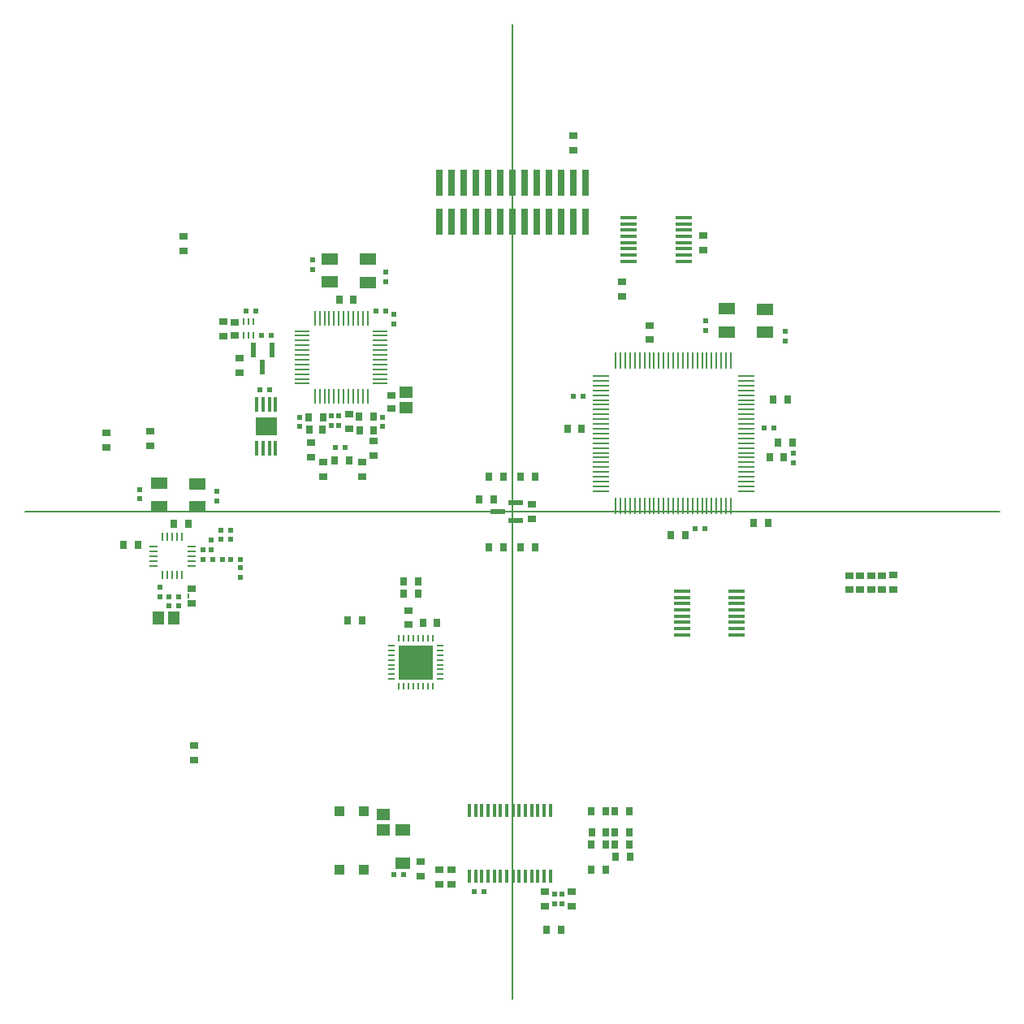
<source format=gbp>
%FSLAX25Y25*%
%MOIN*%
G70*
G01*
G75*
G04 Layer_Color=128*
%ADD10C,0.00500*%
G04:AMPARAMS|DCode=11|XSize=64.96mil|YSize=21.65mil|CornerRadius=0mil|HoleSize=0mil|Usage=FLASHONLY|Rotation=259.100|XOffset=0mil|YOffset=0mil|HoleType=Round|Shape=Rectangle|*
%AMROTATEDRECTD11*
4,1,4,-0.00449,0.03394,0.01677,0.02985,0.00449,-0.03394,-0.01677,-0.02985,-0.00449,0.03394,0.0*
%
%ADD11ROTATEDRECTD11*%

%ADD12C,0.04000*%
%ADD13R,0.08000X0.05000*%
G04:AMPARAMS|DCode=14|XSize=35.43mil|YSize=27.56mil|CornerRadius=0mil|HoleSize=0mil|Usage=FLASHONLY|Rotation=169.100|XOffset=0mil|YOffset=0mil|HoleType=Round|Shape=Rectangle|*
%AMROTATEDRECTD14*
4,1,4,0.02000,0.01018,0.01479,-0.01688,-0.02000,-0.01018,-0.01479,0.01688,0.02000,0.01018,0.0*
%
%ADD14ROTATEDRECTD14*%

%ADD15R,0.02362X0.04134*%
%ADD16R,0.04134X0.05906*%
G04:AMPARAMS|DCode=17|XSize=17.32mil|YSize=98.43mil|CornerRadius=0mil|HoleSize=0mil|Usage=FLASHONLY|Rotation=245.000|XOffset=0mil|YOffset=0mil|HoleType=Round|Shape=Rectangle|*
%AMROTATEDRECTD17*
4,1,4,-0.04094,0.02865,0.04826,-0.01295,0.04094,-0.02865,-0.04826,0.01295,-0.04094,0.02865,0.0*
%
%ADD17ROTATEDRECTD17*%

%ADD18R,0.03150X0.05906*%
%ADD19P,0.13919X4X285.0*%
%ADD20P,0.13919X4X345.0*%
%ADD21R,0.06850X0.05512*%
%ADD22R,0.09449X0.09449*%
%ADD23R,0.02756X0.03543*%
G04:AMPARAMS|DCode=24|XSize=80mil|YSize=50mil|CornerRadius=0mil|HoleSize=0mil|Usage=FLASHONLY|Rotation=104.000|XOffset=0mil|YOffset=0mil|HoleType=Round|Shape=Rectangle|*
%AMROTATEDRECTD24*
4,1,4,0.03393,-0.03276,-0.01458,-0.04486,-0.03393,0.03276,0.01458,0.04486,0.03393,-0.03276,0.0*
%
%ADD24ROTATEDRECTD24*%

%ADD25R,0.01969X0.02362*%
%ADD26R,0.02362X0.01969*%
G04:AMPARAMS|DCode=27|XSize=35.43mil|YSize=27.56mil|CornerRadius=0mil|HoleSize=0mil|Usage=FLASHONLY|Rotation=162.000|XOffset=0mil|YOffset=0mil|HoleType=Round|Shape=Rectangle|*
%AMROTATEDRECTD27*
4,1,4,0.02111,0.00763,0.01259,-0.01858,-0.02111,-0.00763,-0.01259,0.01858,0.02111,0.00763,0.0*
%
%ADD27ROTATEDRECTD27*%

G04:AMPARAMS|DCode=28|XSize=35.43mil|YSize=27.56mil|CornerRadius=0mil|HoleSize=0mil|Usage=FLASHONLY|Rotation=234.000|XOffset=0mil|YOffset=0mil|HoleType=Round|Shape=Rectangle|*
%AMROTATEDRECTD28*
4,1,4,-0.00073,0.02243,0.02156,0.00623,0.00073,-0.02243,-0.02156,-0.00623,-0.00073,0.02243,0.0*
%
%ADD28ROTATEDRECTD28*%

G04:AMPARAMS|DCode=29|XSize=35.43mil|YSize=27.56mil|CornerRadius=0mil|HoleSize=0mil|Usage=FLASHONLY|Rotation=306.000|XOffset=0mil|YOffset=0mil|HoleType=Round|Shape=Rectangle|*
%AMROTATEDRECTD29*
4,1,4,-0.02156,0.00623,0.00073,0.02243,0.02156,-0.00623,-0.00073,-0.02243,-0.02156,0.00623,0.0*
%
%ADD29ROTATEDRECTD29*%

G04:AMPARAMS|DCode=30|XSize=35.43mil|YSize=27.56mil|CornerRadius=0mil|HoleSize=0mil|Usage=FLASHONLY|Rotation=18.000|XOffset=0mil|YOffset=0mil|HoleType=Round|Shape=Rectangle|*
%AMROTATEDRECTD30*
4,1,4,-0.01259,-0.01858,-0.02111,0.00763,0.01259,0.01858,0.02111,-0.00763,-0.01259,-0.01858,0.0*
%
%ADD30ROTATEDRECTD30*%

G04:AMPARAMS|DCode=31|XSize=19.69mil|YSize=23.62mil|CornerRadius=0mil|HoleSize=0mil|Usage=FLASHONLY|Rotation=112.500|XOffset=0mil|YOffset=0mil|HoleType=Round|Shape=Rectangle|*
%AMROTATEDRECTD31*
4,1,4,0.01468,-0.00457,-0.00715,-0.01361,-0.01468,0.00457,0.00715,0.01361,0.01468,-0.00457,0.0*
%
%ADD31ROTATEDRECTD31*%

G04:AMPARAMS|DCode=32|XSize=19.69mil|YSize=23.62mil|CornerRadius=0mil|HoleSize=0mil|Usage=FLASHONLY|Rotation=157.500|XOffset=0mil|YOffset=0mil|HoleType=Round|Shape=Rectangle|*
%AMROTATEDRECTD32*
4,1,4,0.01361,0.00715,0.00457,-0.01468,-0.01361,-0.00715,-0.00457,0.01468,0.01361,0.00715,0.0*
%
%ADD32ROTATEDRECTD32*%

G04:AMPARAMS|DCode=33|XSize=19.69mil|YSize=23.62mil|CornerRadius=0mil|HoleSize=0mil|Usage=FLASHONLY|Rotation=202.500|XOffset=0mil|YOffset=0mil|HoleType=Round|Shape=Rectangle|*
%AMROTATEDRECTD33*
4,1,4,0.00457,0.01468,0.01361,-0.00715,-0.00457,-0.01468,-0.01361,0.00715,0.00457,0.01468,0.0*
%
%ADD33ROTATEDRECTD33*%

G04:AMPARAMS|DCode=34|XSize=19.69mil|YSize=23.62mil|CornerRadius=0mil|HoleSize=0mil|Usage=FLASHONLY|Rotation=247.500|XOffset=0mil|YOffset=0mil|HoleType=Round|Shape=Rectangle|*
%AMROTATEDRECTD34*
4,1,4,-0.00715,0.01361,0.01468,0.00457,0.00715,-0.01361,-0.01468,-0.00457,-0.00715,0.01361,0.0*
%
%ADD34ROTATEDRECTD34*%

%ADD35R,0.03543X0.02756*%
G04:AMPARAMS|DCode=36|XSize=35.43mil|YSize=27.56mil|CornerRadius=0mil|HoleSize=0mil|Usage=FLASHONLY|Rotation=225.000|XOffset=0mil|YOffset=0mil|HoleType=Round|Shape=Rectangle|*
%AMROTATEDRECTD36*
4,1,4,0.00278,0.02227,0.02227,0.00278,-0.00278,-0.02227,-0.02227,-0.00278,0.00278,0.02227,0.0*
%
%ADD36ROTATEDRECTD36*%

%ADD37C,0.00787*%
%ADD38O,0.00984X0.03150*%
%ADD39R,0.06693X0.01378*%
%ADD40R,0.01732X0.05394*%
%ADD41R,0.02362X0.05906*%
%ADD42O,0.03150X0.00984*%
%ADD43R,0.14173X0.14173*%
%ADD44O,0.03347X0.00984*%
%ADD45O,0.00984X0.03347*%
%ADD46R,0.01142X0.06496*%
%ADD47R,0.06496X0.01142*%
%ADD48R,0.06890X0.01142*%
%ADD49R,0.01142X0.06890*%
%ADD50R,0.04724X0.05512*%
%ADD51R,0.02913X0.11004*%
%ADD52R,0.06299X0.05118*%
%ADD53R,0.03937X0.04429*%
%ADD54R,0.07087X0.04724*%
%ADD55R,0.03543X0.03150*%
%ADD56O,0.01496X0.06299*%
%ADD57R,0.08661X0.07480*%
%ADD58R,0.03150X0.03543*%
%ADD59R,0.05512X0.04724*%
%ADD60R,0.05906X0.02362*%
D10*
X400000Y200000D02*
Y600000D01*
X200000Y400000D02*
X600000D01*
D23*
X499047Y395500D02*
D03*
X504953D02*
D03*
X332953Y421000D02*
D03*
X327047D02*
D03*
X361453Y371500D02*
D03*
X355547D02*
D03*
X361453Y366500D02*
D03*
X355547D02*
D03*
X509047Y428500D02*
D03*
X514953D02*
D03*
X240547Y386500D02*
D03*
X246453D02*
D03*
X332547Y355500D02*
D03*
X338453D02*
D03*
X442047Y277100D02*
D03*
X447953D02*
D03*
X438453Y277100D02*
D03*
X432547D02*
D03*
X512953Y446000D02*
D03*
X507047D02*
D03*
X419953Y228500D02*
D03*
X414047D02*
D03*
X396453Y414500D02*
D03*
X390547D02*
D03*
X403547Y385500D02*
D03*
X409453D02*
D03*
Y414500D02*
D03*
X403547D02*
D03*
X390547Y385500D02*
D03*
X396453D02*
D03*
X386547Y405000D02*
D03*
X392453D02*
D03*
X448453Y258500D02*
D03*
X442547D02*
D03*
X266953Y395000D02*
D03*
X261047D02*
D03*
X470953Y390500D02*
D03*
X465047D02*
D03*
X438453Y253000D02*
D03*
X432547D02*
D03*
Y263400D02*
D03*
X438453D02*
D03*
X328947Y487200D02*
D03*
X334853D02*
D03*
X369153Y354300D02*
D03*
X363247D02*
D03*
X322353Y438900D02*
D03*
X316447D02*
D03*
X337047Y439000D02*
D03*
X342953D02*
D03*
X432647Y268400D02*
D03*
X438553D02*
D03*
X442047Y263400D02*
D03*
X447953D02*
D03*
X448053Y268400D02*
D03*
X442147D02*
D03*
D25*
X276500Y388469D02*
D03*
Y384531D02*
D03*
X348000Y498469D02*
D03*
Y494532D02*
D03*
X515500Y423969D02*
D03*
Y420031D02*
D03*
X420500Y242969D02*
D03*
Y239032D02*
D03*
X417500Y242969D02*
D03*
Y239032D02*
D03*
X351500Y480969D02*
D03*
Y477031D02*
D03*
X255500Y365031D02*
D03*
Y368969D02*
D03*
X288500Y373031D02*
D03*
Y376969D02*
D03*
X278681Y408287D02*
D03*
Y404350D02*
D03*
X247000Y405291D02*
D03*
Y409229D02*
D03*
X273000Y380531D02*
D03*
Y384468D02*
D03*
X479500Y478469D02*
D03*
Y474531D02*
D03*
X512000Y473969D02*
D03*
Y470031D02*
D03*
X318000Y499531D02*
D03*
Y503468D02*
D03*
X328800Y439369D02*
D03*
Y435432D02*
D03*
X312900Y434931D02*
D03*
Y438869D02*
D03*
X346600Y434931D02*
D03*
Y438869D02*
D03*
X325800Y439369D02*
D03*
Y435432D02*
D03*
D26*
X259031Y365000D02*
D03*
X262968D02*
D03*
X296531Y450000D02*
D03*
X300469D02*
D03*
X300969Y472500D02*
D03*
X297031D02*
D03*
X475031Y393000D02*
D03*
X478969D02*
D03*
X507469Y434500D02*
D03*
X503531D02*
D03*
X428968Y447500D02*
D03*
X425031D02*
D03*
X351531Y251000D02*
D03*
X355468D02*
D03*
X262969Y361500D02*
D03*
X259031D02*
D03*
X284468Y388579D02*
D03*
X280531D02*
D03*
X284468Y392500D02*
D03*
X280531D02*
D03*
X288468Y380500D02*
D03*
X284531D02*
D03*
X280969D02*
D03*
X277031D02*
D03*
X384531Y244000D02*
D03*
X388469D02*
D03*
X347969Y482500D02*
D03*
X344031D02*
D03*
X294769Y482300D02*
D03*
X290832D02*
D03*
X327531Y426500D02*
D03*
X331469D02*
D03*
D35*
X268500Y368453D02*
D03*
Y362547D02*
D03*
X288000Y462953D02*
D03*
Y457047D02*
D03*
X425000Y548547D02*
D03*
Y554453D02*
D03*
X413500Y238047D02*
D03*
Y243953D02*
D03*
X424500Y238047D02*
D03*
Y243953D02*
D03*
X556500Y373953D02*
D03*
Y368047D02*
D03*
X445000Y488547D02*
D03*
Y494453D02*
D03*
X362500Y256453D02*
D03*
Y250547D02*
D03*
X370000Y252953D02*
D03*
Y247047D02*
D03*
X375000Y252953D02*
D03*
Y247047D02*
D03*
X233500Y432453D02*
D03*
Y426547D02*
D03*
X251500Y432953D02*
D03*
Y427047D02*
D03*
X269500Y303953D02*
D03*
Y298047D02*
D03*
X265000Y507047D02*
D03*
Y512953D02*
D03*
X551800Y373853D02*
D03*
Y367947D02*
D03*
X547300Y373853D02*
D03*
Y367947D02*
D03*
X542800Y373853D02*
D03*
Y367947D02*
D03*
X538300Y373853D02*
D03*
Y367947D02*
D03*
X408200Y397147D02*
D03*
Y403053D02*
D03*
X333000Y439953D02*
D03*
Y434047D02*
D03*
X322500Y414547D02*
D03*
Y420453D02*
D03*
X478500Y513453D02*
D03*
Y507547D02*
D03*
X317500Y428453D02*
D03*
Y422547D02*
D03*
X281500Y472047D02*
D03*
Y477953D02*
D03*
X338500Y414547D02*
D03*
Y420453D02*
D03*
X343000Y429053D02*
D03*
Y423147D02*
D03*
D37*
X267122Y364713D02*
Y366287D01*
D38*
X289831Y472544D02*
D03*
X291800D02*
D03*
X293769D02*
D03*
Y478056D02*
D03*
X291800D02*
D03*
X289831D02*
D03*
X367290Y328357D02*
D03*
X365321D02*
D03*
X363353D02*
D03*
X361384D02*
D03*
X359416D02*
D03*
X357447D02*
D03*
X355479D02*
D03*
X353510D02*
D03*
Y348043D02*
D03*
X355479D02*
D03*
X357447D02*
D03*
X359416D02*
D03*
X361384D02*
D03*
X363353D02*
D03*
X365321D02*
D03*
X367290D02*
D03*
D39*
X469779Y349543D02*
D03*
Y352102D02*
D03*
Y354661D02*
D03*
Y357221D02*
D03*
Y359780D02*
D03*
Y362339D02*
D03*
Y364898D02*
D03*
Y367457D02*
D03*
X492220Y349543D02*
D03*
Y352102D02*
D03*
Y354661D02*
D03*
Y357221D02*
D03*
Y359780D02*
D03*
Y362339D02*
D03*
Y364898D02*
D03*
Y367457D02*
D03*
X470321Y520757D02*
D03*
Y518198D02*
D03*
Y515639D02*
D03*
Y513080D02*
D03*
Y510521D02*
D03*
Y507961D02*
D03*
Y505402D02*
D03*
Y502843D02*
D03*
X447880Y520757D02*
D03*
Y518198D02*
D03*
Y515639D02*
D03*
Y513080D02*
D03*
Y510521D02*
D03*
Y507961D02*
D03*
Y505402D02*
D03*
Y502843D02*
D03*
D40*
X382366Y277445D02*
D03*
X384925D02*
D03*
X387484D02*
D03*
X390043D02*
D03*
X392602D02*
D03*
X395161D02*
D03*
X397720D02*
D03*
X400280D02*
D03*
X402839D02*
D03*
X405398D02*
D03*
X407957D02*
D03*
X410516D02*
D03*
X413075D02*
D03*
X415634D02*
D03*
Y250555D02*
D03*
X413075D02*
D03*
X410516D02*
D03*
X407957D02*
D03*
X405398D02*
D03*
X402839D02*
D03*
X400280D02*
D03*
X397720D02*
D03*
X395161D02*
D03*
X392602D02*
D03*
X390043D02*
D03*
X387484D02*
D03*
X384925D02*
D03*
X382366D02*
D03*
D41*
X297500Y459457D02*
D03*
X301240Y466543D02*
D03*
X293760D02*
D03*
D42*
X370243Y345090D02*
D03*
Y343121D02*
D03*
Y341153D02*
D03*
Y339184D02*
D03*
Y337216D02*
D03*
Y335247D02*
D03*
Y333279D02*
D03*
Y331310D02*
D03*
X350557D02*
D03*
Y333279D02*
D03*
Y335247D02*
D03*
Y337216D02*
D03*
Y339184D02*
D03*
Y341153D02*
D03*
Y343121D02*
D03*
Y345090D02*
D03*
D43*
X360400Y338200D02*
D03*
D44*
X252724Y381819D02*
D03*
X268276Y377882D02*
D03*
Y379850D02*
D03*
Y381819D02*
D03*
Y383787D02*
D03*
Y385756D02*
D03*
X252724D02*
D03*
Y383787D02*
D03*
Y379850D02*
D03*
Y377882D02*
D03*
D45*
X256563Y374043D02*
D03*
X258531D02*
D03*
X260500D02*
D03*
X262468D02*
D03*
X264437D02*
D03*
Y389595D02*
D03*
X262468D02*
D03*
X260500D02*
D03*
X258531D02*
D03*
X256563D02*
D03*
D46*
X318973Y447357D02*
D03*
X320942D02*
D03*
X322910D02*
D03*
X324879D02*
D03*
X326847D02*
D03*
X328816D02*
D03*
X330784D02*
D03*
X332753D02*
D03*
X334721D02*
D03*
X336690D02*
D03*
X338658D02*
D03*
X340627D02*
D03*
Y479443D02*
D03*
X338658D02*
D03*
X336690D02*
D03*
X334721D02*
D03*
X332753D02*
D03*
X330784D02*
D03*
X328816D02*
D03*
X326847D02*
D03*
X324879D02*
D03*
X322910D02*
D03*
X320942D02*
D03*
X318973D02*
D03*
D47*
X345843Y452573D02*
D03*
Y454542D02*
D03*
Y456510D02*
D03*
Y458479D02*
D03*
Y460447D02*
D03*
Y462416D02*
D03*
Y464384D02*
D03*
Y466353D02*
D03*
Y468321D02*
D03*
Y470290D02*
D03*
Y472258D02*
D03*
Y474227D02*
D03*
X313757D02*
D03*
Y472258D02*
D03*
Y470290D02*
D03*
Y468321D02*
D03*
Y466353D02*
D03*
Y464384D02*
D03*
Y462416D02*
D03*
Y460447D02*
D03*
Y458479D02*
D03*
Y456510D02*
D03*
Y454542D02*
D03*
Y452573D02*
D03*
D48*
X436277Y408478D02*
D03*
Y410447D02*
D03*
Y412415D02*
D03*
Y414384D02*
D03*
Y416352D02*
D03*
Y418321D02*
D03*
Y420289D02*
D03*
Y422258D02*
D03*
Y424226D02*
D03*
Y426194D02*
D03*
Y428163D02*
D03*
Y430131D02*
D03*
Y432100D02*
D03*
Y434068D02*
D03*
Y436037D02*
D03*
Y438005D02*
D03*
Y439974D02*
D03*
Y441943D02*
D03*
Y443911D02*
D03*
Y445880D02*
D03*
Y447848D02*
D03*
Y449817D02*
D03*
Y451785D02*
D03*
Y453754D02*
D03*
Y455722D02*
D03*
X495923D02*
D03*
Y453754D02*
D03*
Y451785D02*
D03*
Y449817D02*
D03*
Y447848D02*
D03*
Y445880D02*
D03*
Y443911D02*
D03*
Y441943D02*
D03*
Y439974D02*
D03*
Y438005D02*
D03*
Y436037D02*
D03*
Y434068D02*
D03*
Y432100D02*
D03*
Y430131D02*
D03*
Y428163D02*
D03*
Y426194D02*
D03*
Y424226D02*
D03*
Y422258D02*
D03*
Y420289D02*
D03*
Y418321D02*
D03*
Y416352D02*
D03*
Y414384D02*
D03*
Y412415D02*
D03*
Y410447D02*
D03*
Y408478D02*
D03*
D49*
X442478Y461923D02*
D03*
X444447D02*
D03*
X446415D02*
D03*
X448384D02*
D03*
X450352D02*
D03*
X452320D02*
D03*
X454289D02*
D03*
X456257D02*
D03*
X458226D02*
D03*
X460194D02*
D03*
X462163D02*
D03*
X464131D02*
D03*
X466100D02*
D03*
X468069D02*
D03*
X470037D02*
D03*
X472006D02*
D03*
X473974D02*
D03*
X475943D02*
D03*
X477911D02*
D03*
X479880D02*
D03*
X481848D02*
D03*
X483816D02*
D03*
X485785D02*
D03*
X487753D02*
D03*
X489722D02*
D03*
Y402277D02*
D03*
X487753D02*
D03*
X485785D02*
D03*
X483816D02*
D03*
X481848D02*
D03*
X479880D02*
D03*
X477911D02*
D03*
X475943D02*
D03*
X473974D02*
D03*
X472006D02*
D03*
X470037D02*
D03*
X468069D02*
D03*
X466100D02*
D03*
X464131D02*
D03*
X462163D02*
D03*
X460194D02*
D03*
X458226D02*
D03*
X456257D02*
D03*
X454289D02*
D03*
X452320D02*
D03*
X450352D02*
D03*
X448384D02*
D03*
X446415D02*
D03*
X444447D02*
D03*
X442478D02*
D03*
D50*
X261150Y356500D02*
D03*
X254850D02*
D03*
D51*
X370000Y518998D02*
D03*
X375000Y535002D02*
D03*
Y518998D02*
D03*
X380000D02*
D03*
Y535002D02*
D03*
X385000D02*
D03*
Y518998D02*
D03*
X390000D02*
D03*
Y535002D02*
D03*
X395000Y518998D02*
D03*
Y535002D02*
D03*
X400000D02*
D03*
Y518998D02*
D03*
X405000D02*
D03*
Y535002D02*
D03*
X410000D02*
D03*
Y518998D02*
D03*
X430000D02*
D03*
X425000D02*
D03*
X420000D02*
D03*
X415000D02*
D03*
Y535002D02*
D03*
X420000D02*
D03*
X425000D02*
D03*
X430000D02*
D03*
X370000D02*
D03*
D52*
X355000Y269390D02*
D03*
Y255610D02*
D03*
D53*
X339020Y253031D02*
D03*
X328980D02*
D03*
X339020Y276969D02*
D03*
X328980D02*
D03*
D54*
X255126Y402144D02*
D03*
X270874Y402044D02*
D03*
X255126Y411593D02*
D03*
X270874Y411493D02*
D03*
X325126Y494326D02*
D03*
X340874Y494226D02*
D03*
X325126Y503774D02*
D03*
X340874Y503674D02*
D03*
X488126Y473826D02*
D03*
X503874Y473726D02*
D03*
X488126Y483274D02*
D03*
X503874Y483174D02*
D03*
D55*
X350500Y442244D02*
D03*
Y447756D02*
D03*
X286200Y472244D02*
D03*
Y477756D02*
D03*
X357500Y353744D02*
D03*
Y359256D02*
D03*
X456500Y470744D02*
D03*
Y476256D02*
D03*
D56*
X302839Y426043D02*
D03*
X300279D02*
D03*
X297721D02*
D03*
X295161D02*
D03*
X302839Y443957D02*
D03*
X300279D02*
D03*
X297721D02*
D03*
X295161D02*
D03*
D57*
X299000Y435000D02*
D03*
D58*
X337444Y433500D02*
D03*
X342956D02*
D03*
X322156Y433600D02*
D03*
X316644D02*
D03*
X511256Y422500D02*
D03*
X505744D02*
D03*
X428256Y434000D02*
D03*
X422744D02*
D03*
D59*
X347000Y275650D02*
D03*
Y269350D02*
D03*
X356500Y442850D02*
D03*
Y449150D02*
D03*
D60*
X394157Y400100D02*
D03*
X401243Y396360D02*
D03*
Y403840D02*
D03*
M02*

</source>
